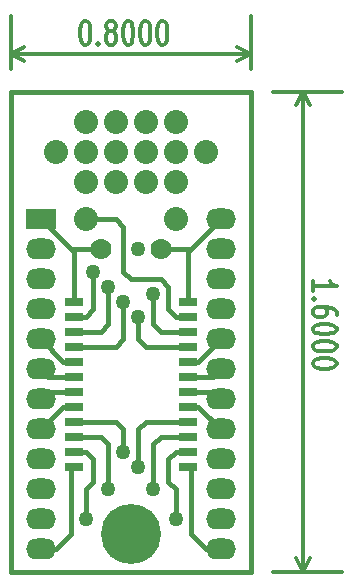
<source format=gtl>
G04 (created by PCBNEW-RS274X (2010-05-05 BZR 2356)-stable) date 12/18/10 18:40:12*
G01*
G70*
G90*
%MOIN*%
G04 Gerber Fmt 3.4, Leading zero omitted, Abs format*
%FSLAX34Y34*%
G04 APERTURE LIST*
%ADD10C,0.005000*%
%ADD11C,0.012000*%
%ADD12C,0.015000*%
%ADD13R,0.060000X0.030000*%
%ADD14C,0.080000*%
%ADD15O,0.100000X0.070000*%
%ADD16R,0.100000X0.070000*%
%ADD17C,0.070000*%
%ADD18C,0.200000*%
%ADD19C,0.050000*%
G04 APERTURE END LIST*
G54D10*
G54D11*
X20065Y-16658D02*
X20065Y-16315D01*
X20065Y-16487D02*
X20865Y-16487D01*
X20751Y-16430D01*
X20675Y-16372D01*
X20637Y-16315D01*
X20141Y-16915D02*
X20103Y-16943D01*
X20065Y-16915D01*
X20103Y-16886D01*
X20141Y-16915D01*
X20065Y-16915D01*
X20865Y-17458D02*
X20865Y-17344D01*
X20827Y-17287D01*
X20789Y-17258D01*
X20675Y-17201D01*
X20522Y-17172D01*
X20218Y-17172D01*
X20141Y-17201D01*
X20103Y-17229D01*
X20065Y-17287D01*
X20065Y-17401D01*
X20103Y-17458D01*
X20141Y-17487D01*
X20218Y-17515D01*
X20408Y-17515D01*
X20484Y-17487D01*
X20522Y-17458D01*
X20560Y-17401D01*
X20560Y-17287D01*
X20522Y-17229D01*
X20484Y-17201D01*
X20408Y-17172D01*
X20865Y-17886D02*
X20865Y-17943D01*
X20827Y-18000D01*
X20789Y-18029D01*
X20713Y-18058D01*
X20560Y-18086D01*
X20370Y-18086D01*
X20218Y-18058D01*
X20141Y-18029D01*
X20103Y-18000D01*
X20065Y-17943D01*
X20065Y-17886D01*
X20103Y-17829D01*
X20141Y-17800D01*
X20218Y-17772D01*
X20370Y-17743D01*
X20560Y-17743D01*
X20713Y-17772D01*
X20789Y-17800D01*
X20827Y-17829D01*
X20865Y-17886D01*
X20865Y-18457D02*
X20865Y-18514D01*
X20827Y-18571D01*
X20789Y-18600D01*
X20713Y-18629D01*
X20560Y-18657D01*
X20370Y-18657D01*
X20218Y-18629D01*
X20141Y-18600D01*
X20103Y-18571D01*
X20065Y-18514D01*
X20065Y-18457D01*
X20103Y-18400D01*
X20141Y-18371D01*
X20218Y-18343D01*
X20370Y-18314D01*
X20560Y-18314D01*
X20713Y-18343D01*
X20789Y-18371D01*
X20827Y-18400D01*
X20865Y-18457D01*
X20865Y-19028D02*
X20865Y-19085D01*
X20827Y-19142D01*
X20789Y-19171D01*
X20713Y-19200D01*
X20560Y-19228D01*
X20370Y-19228D01*
X20218Y-19200D01*
X20141Y-19171D01*
X20103Y-19142D01*
X20065Y-19085D01*
X20065Y-19028D01*
X20103Y-18971D01*
X20141Y-18942D01*
X20218Y-18914D01*
X20370Y-18885D01*
X20560Y-18885D01*
X20713Y-18914D01*
X20789Y-18942D01*
X20827Y-18971D01*
X20865Y-19028D01*
X19749Y-10000D02*
X19749Y-26000D01*
X18750Y-10000D02*
X21029Y-10000D01*
X18750Y-26000D02*
X21029Y-26000D01*
X19749Y-26000D02*
X19519Y-25557D01*
X19749Y-26000D02*
X19979Y-25557D01*
X19749Y-10000D02*
X19519Y-10443D01*
X19749Y-10000D02*
X19979Y-10443D01*
X12458Y-07635D02*
X12515Y-07635D01*
X12572Y-07673D01*
X12601Y-07711D01*
X12630Y-07787D01*
X12658Y-07940D01*
X12658Y-08130D01*
X12630Y-08282D01*
X12601Y-08359D01*
X12572Y-08397D01*
X12515Y-08435D01*
X12458Y-08435D01*
X12401Y-08397D01*
X12372Y-08359D01*
X12344Y-08282D01*
X12315Y-08130D01*
X12315Y-07940D01*
X12344Y-07787D01*
X12372Y-07711D01*
X12401Y-07673D01*
X12458Y-07635D01*
X12915Y-08359D02*
X12943Y-08397D01*
X12915Y-08435D01*
X12886Y-08397D01*
X12915Y-08359D01*
X12915Y-08435D01*
X13287Y-07978D02*
X13229Y-07940D01*
X13201Y-07901D01*
X13172Y-07825D01*
X13172Y-07787D01*
X13201Y-07711D01*
X13229Y-07673D01*
X13287Y-07635D01*
X13401Y-07635D01*
X13458Y-07673D01*
X13487Y-07711D01*
X13515Y-07787D01*
X13515Y-07825D01*
X13487Y-07901D01*
X13458Y-07940D01*
X13401Y-07978D01*
X13287Y-07978D01*
X13229Y-08016D01*
X13201Y-08054D01*
X13172Y-08130D01*
X13172Y-08282D01*
X13201Y-08359D01*
X13229Y-08397D01*
X13287Y-08435D01*
X13401Y-08435D01*
X13458Y-08397D01*
X13487Y-08359D01*
X13515Y-08282D01*
X13515Y-08130D01*
X13487Y-08054D01*
X13458Y-08016D01*
X13401Y-07978D01*
X13886Y-07635D02*
X13943Y-07635D01*
X14000Y-07673D01*
X14029Y-07711D01*
X14058Y-07787D01*
X14086Y-07940D01*
X14086Y-08130D01*
X14058Y-08282D01*
X14029Y-08359D01*
X14000Y-08397D01*
X13943Y-08435D01*
X13886Y-08435D01*
X13829Y-08397D01*
X13800Y-08359D01*
X13772Y-08282D01*
X13743Y-08130D01*
X13743Y-07940D01*
X13772Y-07787D01*
X13800Y-07711D01*
X13829Y-07673D01*
X13886Y-07635D01*
X14457Y-07635D02*
X14514Y-07635D01*
X14571Y-07673D01*
X14600Y-07711D01*
X14629Y-07787D01*
X14657Y-07940D01*
X14657Y-08130D01*
X14629Y-08282D01*
X14600Y-08359D01*
X14571Y-08397D01*
X14514Y-08435D01*
X14457Y-08435D01*
X14400Y-08397D01*
X14371Y-08359D01*
X14343Y-08282D01*
X14314Y-08130D01*
X14314Y-07940D01*
X14343Y-07787D01*
X14371Y-07711D01*
X14400Y-07673D01*
X14457Y-07635D01*
X15028Y-07635D02*
X15085Y-07635D01*
X15142Y-07673D01*
X15171Y-07711D01*
X15200Y-07787D01*
X15228Y-07940D01*
X15228Y-08130D01*
X15200Y-08282D01*
X15171Y-08359D01*
X15142Y-08397D01*
X15085Y-08435D01*
X15028Y-08435D01*
X14971Y-08397D01*
X14942Y-08359D01*
X14914Y-08282D01*
X14885Y-08130D01*
X14885Y-07940D01*
X14914Y-07787D01*
X14942Y-07711D01*
X14971Y-07673D01*
X15028Y-07635D01*
X10000Y-08751D02*
X18000Y-08751D01*
X10000Y-09250D02*
X10000Y-07471D01*
X18000Y-09250D02*
X18000Y-07471D01*
X18000Y-08751D02*
X17557Y-08981D01*
X18000Y-08751D02*
X17557Y-08521D01*
X10000Y-08751D02*
X10443Y-08981D01*
X10000Y-08751D02*
X10443Y-08521D01*
G54D12*
X10000Y-26000D02*
X10000Y-10000D01*
X18000Y-26000D02*
X10000Y-26000D01*
X18000Y-10000D02*
X18000Y-26000D01*
X10000Y-10000D02*
X18000Y-10000D01*
G54D13*
X12100Y-17000D03*
X12100Y-17500D03*
X12100Y-18000D03*
X12100Y-18500D03*
X12100Y-19000D03*
X12100Y-19500D03*
X12100Y-20000D03*
X12100Y-20500D03*
X12100Y-21000D03*
X12100Y-21500D03*
X12100Y-22000D03*
X12100Y-22500D03*
X15900Y-17000D03*
X15900Y-17500D03*
X15900Y-18000D03*
X15900Y-18500D03*
X15900Y-19000D03*
X15900Y-19500D03*
X15900Y-20000D03*
X15900Y-20500D03*
X15900Y-21000D03*
X15900Y-21500D03*
X15900Y-22000D03*
X15900Y-22500D03*
G54D14*
X12500Y-14250D03*
X15500Y-14250D03*
G54D15*
X17000Y-14250D03*
X17000Y-15250D03*
X17000Y-16250D03*
X17000Y-17250D03*
X17000Y-18250D03*
X17000Y-19250D03*
X17000Y-20250D03*
X17000Y-21250D03*
X17000Y-22250D03*
X17000Y-23250D03*
X17000Y-24250D03*
X17000Y-25250D03*
G54D16*
X11000Y-14250D03*
G54D15*
X11000Y-15250D03*
X11000Y-16250D03*
X11000Y-17250D03*
X11000Y-18250D03*
X11000Y-19250D03*
X11000Y-20250D03*
X11000Y-21250D03*
X11000Y-22250D03*
X11000Y-23250D03*
X11000Y-24250D03*
X11000Y-25250D03*
G54D17*
X13000Y-15250D03*
X15000Y-15250D03*
G54D18*
X14000Y-24750D03*
G54D14*
X12500Y-11000D03*
X16500Y-12000D03*
X12500Y-13000D03*
X12500Y-12000D03*
X13500Y-11000D03*
X13500Y-13000D03*
X13500Y-12000D03*
X11500Y-12000D03*
X14500Y-13000D03*
X14500Y-11000D03*
X14500Y-12000D03*
X15500Y-12000D03*
X15500Y-11000D03*
X15500Y-13000D03*
G54D19*
X13250Y-16500D03*
X13750Y-17000D03*
X14250Y-17500D03*
X14750Y-23250D03*
X14250Y-22500D03*
X13750Y-22000D03*
X13250Y-23250D03*
X12500Y-24250D03*
X15500Y-24250D03*
X14250Y-15250D03*
X14750Y-16750D03*
X12750Y-16000D03*
G54D12*
X12100Y-18000D02*
X13000Y-18000D01*
X13250Y-17750D02*
X13250Y-16500D01*
X13000Y-18000D02*
X13250Y-17750D01*
X12100Y-15350D02*
X12000Y-15250D01*
X12100Y-17000D02*
X12100Y-15350D01*
X13000Y-15250D02*
X12000Y-15250D01*
X12000Y-15250D02*
X11000Y-14250D01*
X12100Y-18500D02*
X13500Y-18500D01*
X13750Y-18250D02*
X13750Y-17000D01*
X13500Y-18500D02*
X13750Y-18250D01*
X15900Y-18500D02*
X14500Y-18500D01*
X14250Y-18250D02*
X14250Y-17500D01*
X14500Y-18500D02*
X14250Y-18250D01*
X11750Y-19000D02*
X11000Y-18250D01*
X12100Y-19000D02*
X11750Y-19000D01*
X12100Y-19500D02*
X11250Y-19500D01*
X11250Y-19500D02*
X11000Y-19250D01*
X14750Y-21750D02*
X14750Y-23250D01*
X15000Y-21500D02*
X14750Y-21750D01*
X15900Y-21500D02*
X15000Y-21500D01*
X14500Y-21000D02*
X14250Y-21250D01*
X15900Y-21000D02*
X14500Y-21000D01*
X14250Y-21250D02*
X14250Y-22500D01*
X16250Y-20500D02*
X17000Y-21250D01*
X15900Y-20500D02*
X16250Y-20500D01*
X16750Y-20000D02*
X17000Y-20250D01*
X15900Y-20000D02*
X16750Y-20000D01*
X16750Y-19500D02*
X17000Y-19250D01*
X15900Y-19500D02*
X16750Y-19500D01*
X15900Y-19000D02*
X16250Y-19000D01*
X16250Y-19000D02*
X17000Y-18250D01*
X11250Y-20000D02*
X11000Y-20250D01*
X12100Y-20000D02*
X11250Y-20000D01*
X11750Y-20500D02*
X11000Y-21250D01*
X12100Y-20500D02*
X11750Y-20500D01*
X12100Y-21000D02*
X13500Y-21000D01*
X13750Y-21250D02*
X13750Y-22000D01*
X13500Y-21000D02*
X13750Y-21250D01*
X12100Y-21500D02*
X13000Y-21500D01*
X13250Y-21750D02*
X13250Y-23250D01*
X13000Y-21500D02*
X13250Y-21750D01*
X12750Y-22750D02*
X12750Y-23000D01*
X12750Y-23000D02*
X12500Y-23250D01*
X12500Y-24250D02*
X12500Y-23250D01*
X12750Y-22750D02*
X12750Y-22250D01*
X12100Y-22000D02*
X12500Y-22000D01*
X12500Y-22000D02*
X12750Y-22250D01*
X11500Y-25250D02*
X12000Y-24750D01*
X11000Y-25250D02*
X11500Y-25250D01*
X12000Y-22500D02*
X12100Y-22500D01*
X12000Y-24750D02*
X12000Y-22500D01*
X16000Y-23000D02*
X16000Y-22500D01*
X16500Y-25250D02*
X16000Y-24750D01*
X16000Y-24750D02*
X16000Y-23000D01*
X17000Y-25250D02*
X16500Y-25250D01*
X16000Y-22500D02*
X15900Y-22500D01*
X15500Y-22000D02*
X15250Y-22250D01*
X15900Y-22000D02*
X15500Y-22000D01*
X15500Y-24250D02*
X15500Y-23250D01*
X15250Y-23000D02*
X15250Y-22250D01*
X15500Y-23250D02*
X15250Y-23000D01*
X15900Y-18000D02*
X15000Y-18000D01*
X14750Y-17750D02*
X14750Y-16750D01*
X15000Y-18000D02*
X14750Y-17750D01*
X12100Y-17500D02*
X12500Y-17500D01*
X12750Y-17250D02*
X12750Y-16000D01*
X12500Y-17500D02*
X12750Y-17250D01*
X15900Y-15350D02*
X16000Y-15250D01*
X15000Y-15250D02*
X16000Y-15250D01*
X16000Y-15250D02*
X17000Y-14250D01*
X15900Y-17000D02*
X15900Y-15350D01*
X15250Y-16500D02*
X15000Y-16250D01*
X13750Y-16000D02*
X13750Y-15750D01*
X14000Y-16250D02*
X13750Y-16000D01*
X15000Y-16250D02*
X14000Y-16250D01*
X15900Y-17500D02*
X15500Y-17500D01*
X13500Y-14250D02*
X12500Y-14250D01*
X13750Y-15750D02*
X13750Y-14500D01*
X13750Y-14500D02*
X13500Y-14250D01*
X15250Y-17250D02*
X15250Y-16500D01*
X15500Y-17500D02*
X15250Y-17250D01*
M02*

</source>
